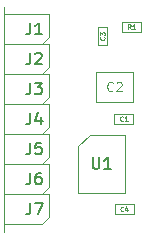
<source format=gbr>
G04 #@! TF.GenerationSoftware,KiCad,Pcbnew,(6.0.8)*
G04 #@! TF.CreationDate,2023-05-03T15:07:12+02:00*
G04 #@! TF.ProjectId,18_Mesure_Courant,31385f4d-6573-4757-9265-5f436f757261,rev?*
G04 #@! TF.SameCoordinates,Original*
G04 #@! TF.FileFunction,AssemblyDrawing,Top*
%FSLAX46Y46*%
G04 Gerber Fmt 4.6, Leading zero omitted, Abs format (unit mm)*
G04 Created by KiCad (PCBNEW (6.0.8)) date 2023-05-03 15:07:12*
%MOMM*%
%LPD*%
G01*
G04 APERTURE LIST*
%ADD10C,0.060000*%
%ADD11C,0.120000*%
%ADD12C,0.150000*%
%ADD13C,0.100000*%
G04 APERTURE END LIST*
D10*
X112302933Y-66043152D02*
X112169600Y-65852676D01*
X112074361Y-66043152D02*
X112074361Y-65643152D01*
X112226742Y-65643152D01*
X112264838Y-65662200D01*
X112283885Y-65681247D01*
X112302933Y-65719342D01*
X112302933Y-65776485D01*
X112283885Y-65814580D01*
X112264838Y-65833628D01*
X112226742Y-65852676D01*
X112074361Y-65852676D01*
X112683885Y-66043152D02*
X112455314Y-66043152D01*
X112569600Y-66043152D02*
X112569600Y-65643152D01*
X112531504Y-65700295D01*
X112493409Y-65738390D01*
X112455314Y-65757438D01*
X111673333Y-73782857D02*
X111654285Y-73801904D01*
X111597142Y-73820952D01*
X111559047Y-73820952D01*
X111501904Y-73801904D01*
X111463809Y-73763809D01*
X111444761Y-73725714D01*
X111425714Y-73649523D01*
X111425714Y-73592380D01*
X111444761Y-73516190D01*
X111463809Y-73478095D01*
X111501904Y-73440000D01*
X111559047Y-73420952D01*
X111597142Y-73420952D01*
X111654285Y-73440000D01*
X111673333Y-73459047D01*
X112054285Y-73820952D02*
X111825714Y-73820952D01*
X111940000Y-73820952D02*
X111940000Y-73420952D01*
X111901904Y-73478095D01*
X111863809Y-73516190D01*
X111825714Y-73535238D01*
D11*
X110806666Y-71225714D02*
X110768571Y-71263809D01*
X110654285Y-71301904D01*
X110578095Y-71301904D01*
X110463809Y-71263809D01*
X110387619Y-71187619D01*
X110349523Y-71111428D01*
X110311428Y-70959047D01*
X110311428Y-70844761D01*
X110349523Y-70692380D01*
X110387619Y-70616190D01*
X110463809Y-70540000D01*
X110578095Y-70501904D01*
X110654285Y-70501904D01*
X110768571Y-70540000D01*
X110806666Y-70578095D01*
X111111428Y-70578095D02*
X111149523Y-70540000D01*
X111225714Y-70501904D01*
X111416190Y-70501904D01*
X111492380Y-70540000D01*
X111530476Y-70578095D01*
X111568571Y-70654285D01*
X111568571Y-70730476D01*
X111530476Y-70844761D01*
X111073333Y-71301904D01*
X111568571Y-71301904D01*
D10*
X111693333Y-81422857D02*
X111674285Y-81441904D01*
X111617142Y-81460952D01*
X111579047Y-81460952D01*
X111521904Y-81441904D01*
X111483809Y-81403809D01*
X111464761Y-81365714D01*
X111445714Y-81289523D01*
X111445714Y-81232380D01*
X111464761Y-81156190D01*
X111483809Y-81118095D01*
X111521904Y-81080000D01*
X111579047Y-81060952D01*
X111617142Y-81060952D01*
X111674285Y-81080000D01*
X111693333Y-81099047D01*
X112036190Y-81194285D02*
X112036190Y-81460952D01*
X111940952Y-81041904D02*
X111845714Y-81327619D01*
X112093333Y-81327619D01*
D12*
X109093333Y-76903333D02*
X109093333Y-77696666D01*
X109140000Y-77790000D01*
X109186666Y-77836666D01*
X109280000Y-77883333D01*
X109466666Y-77883333D01*
X109560000Y-77836666D01*
X109606666Y-77790000D01*
X109653333Y-77696666D01*
X109653333Y-76903333D01*
X110633333Y-77883333D02*
X110073333Y-77883333D01*
X110353333Y-77883333D02*
X110353333Y-76903333D01*
X110260000Y-77043333D01*
X110166666Y-77136666D01*
X110073333Y-77183333D01*
X103806666Y-65492380D02*
X103806666Y-66206666D01*
X103759047Y-66349523D01*
X103663809Y-66444761D01*
X103520952Y-66492380D01*
X103425714Y-66492380D01*
X104806666Y-66492380D02*
X104235238Y-66492380D01*
X104520952Y-66492380D02*
X104520952Y-65492380D01*
X104425714Y-65635238D01*
X104330476Y-65730476D01*
X104235238Y-65778095D01*
X103806666Y-68032380D02*
X103806666Y-68746666D01*
X103759047Y-68889523D01*
X103663809Y-68984761D01*
X103520952Y-69032380D01*
X103425714Y-69032380D01*
X104235238Y-68127619D02*
X104282857Y-68080000D01*
X104378095Y-68032380D01*
X104616190Y-68032380D01*
X104711428Y-68080000D01*
X104759047Y-68127619D01*
X104806666Y-68222857D01*
X104806666Y-68318095D01*
X104759047Y-68460952D01*
X104187619Y-69032380D01*
X104806666Y-69032380D01*
X103806666Y-70572380D02*
X103806666Y-71286666D01*
X103759047Y-71429523D01*
X103663809Y-71524761D01*
X103520952Y-71572380D01*
X103425714Y-71572380D01*
X104187619Y-70572380D02*
X104806666Y-70572380D01*
X104473333Y-70953333D01*
X104616190Y-70953333D01*
X104711428Y-71000952D01*
X104759047Y-71048571D01*
X104806666Y-71143809D01*
X104806666Y-71381904D01*
X104759047Y-71477142D01*
X104711428Y-71524761D01*
X104616190Y-71572380D01*
X104330476Y-71572380D01*
X104235238Y-71524761D01*
X104187619Y-71477142D01*
X103806666Y-73112380D02*
X103806666Y-73826666D01*
X103759047Y-73969523D01*
X103663809Y-74064761D01*
X103520952Y-74112380D01*
X103425714Y-74112380D01*
X104711428Y-73445714D02*
X104711428Y-74112380D01*
X104473333Y-73064761D02*
X104235238Y-73779047D01*
X104854285Y-73779047D01*
X103806666Y-75652380D02*
X103806666Y-76366666D01*
X103759047Y-76509523D01*
X103663809Y-76604761D01*
X103520952Y-76652380D01*
X103425714Y-76652380D01*
X104759047Y-75652380D02*
X104282857Y-75652380D01*
X104235238Y-76128571D01*
X104282857Y-76080952D01*
X104378095Y-76033333D01*
X104616190Y-76033333D01*
X104711428Y-76080952D01*
X104759047Y-76128571D01*
X104806666Y-76223809D01*
X104806666Y-76461904D01*
X104759047Y-76557142D01*
X104711428Y-76604761D01*
X104616190Y-76652380D01*
X104378095Y-76652380D01*
X104282857Y-76604761D01*
X104235238Y-76557142D01*
X103806666Y-78192380D02*
X103806666Y-78906666D01*
X103759047Y-79049523D01*
X103663809Y-79144761D01*
X103520952Y-79192380D01*
X103425714Y-79192380D01*
X104711428Y-78192380D02*
X104520952Y-78192380D01*
X104425714Y-78240000D01*
X104378095Y-78287619D01*
X104282857Y-78430476D01*
X104235238Y-78620952D01*
X104235238Y-79001904D01*
X104282857Y-79097142D01*
X104330476Y-79144761D01*
X104425714Y-79192380D01*
X104616190Y-79192380D01*
X104711428Y-79144761D01*
X104759047Y-79097142D01*
X104806666Y-79001904D01*
X104806666Y-78763809D01*
X104759047Y-78668571D01*
X104711428Y-78620952D01*
X104616190Y-78573333D01*
X104425714Y-78573333D01*
X104330476Y-78620952D01*
X104282857Y-78668571D01*
X104235238Y-78763809D01*
X103806666Y-80732380D02*
X103806666Y-81446666D01*
X103759047Y-81589523D01*
X103663809Y-81684761D01*
X103520952Y-81732380D01*
X103425714Y-81732380D01*
X104187619Y-80732380D02*
X104854285Y-80732380D01*
X104425714Y-81732380D01*
D10*
X110074057Y-66690866D02*
X110093104Y-66709914D01*
X110112152Y-66767057D01*
X110112152Y-66805152D01*
X110093104Y-66862295D01*
X110055009Y-66900390D01*
X110016914Y-66919438D01*
X109940723Y-66938485D01*
X109883580Y-66938485D01*
X109807390Y-66919438D01*
X109769295Y-66900390D01*
X109731200Y-66862295D01*
X109712152Y-66805152D01*
X109712152Y-66767057D01*
X109731200Y-66709914D01*
X109750247Y-66690866D01*
X109712152Y-66557533D02*
X109712152Y-66309914D01*
X109864533Y-66443247D01*
X109864533Y-66386104D01*
X109883580Y-66348009D01*
X109902628Y-66328961D01*
X109940723Y-66309914D01*
X110035961Y-66309914D01*
X110074057Y-66328961D01*
X110093104Y-66348009D01*
X110112152Y-66386104D01*
X110112152Y-66500390D01*
X110093104Y-66538485D01*
X110074057Y-66557533D01*
D13*
X111569600Y-66274700D02*
X111569600Y-65449700D01*
X113169600Y-65449700D02*
X113169600Y-66274700D01*
X111569600Y-65449700D02*
X113169600Y-65449700D01*
X113169600Y-66274700D02*
X111569600Y-66274700D01*
X112540000Y-73240000D02*
X112540000Y-74040000D01*
X110940000Y-74040000D02*
X110940000Y-73240000D01*
X112540000Y-74040000D02*
X110940000Y-74040000D01*
X110940000Y-73240000D02*
X112540000Y-73240000D01*
X109340000Y-69690000D02*
X112540000Y-69690000D01*
X112540000Y-72190000D02*
X109340000Y-72190000D01*
X109340000Y-72190000D02*
X109340000Y-69690000D01*
X112540000Y-69690000D02*
X112540000Y-72190000D01*
X112560000Y-81680000D02*
X110960000Y-81680000D01*
X110960000Y-80880000D02*
X112560000Y-80880000D01*
X110960000Y-81680000D02*
X110960000Y-80880000D01*
X112560000Y-80880000D02*
X112560000Y-81680000D01*
X107890000Y-79890000D02*
X107890000Y-75965000D01*
X111790000Y-74990000D02*
X111790000Y-79890000D01*
X111790000Y-79890000D02*
X107890000Y-79890000D01*
X108865000Y-74990000D02*
X111790000Y-74990000D01*
X107890000Y-75965000D02*
X108865000Y-74990000D01*
X101600000Y-64770000D02*
X102870000Y-64770000D01*
X105410000Y-64770000D02*
X105410000Y-66675000D01*
X104775000Y-67310000D02*
X101600000Y-67310000D01*
X105410000Y-66675000D02*
X104775000Y-67310000D01*
D11*
X101600000Y-67945000D02*
X101600000Y-64135000D01*
D13*
X102870000Y-64770000D02*
X105410000Y-64770000D01*
D11*
X101600000Y-70485000D02*
X101600000Y-66675000D01*
D13*
X105410000Y-67310000D02*
X105410000Y-69215000D01*
X101600000Y-67310000D02*
X102870000Y-67310000D01*
X104775000Y-69850000D02*
X101600000Y-69850000D01*
X105410000Y-69215000D02*
X104775000Y-69850000D01*
X102870000Y-67310000D02*
X105410000Y-67310000D01*
D11*
X101600000Y-73025000D02*
X101600000Y-69215000D01*
D13*
X104775000Y-72390000D02*
X101600000Y-72390000D01*
X101600000Y-69850000D02*
X102870000Y-69850000D01*
X105410000Y-69850000D02*
X105410000Y-71755000D01*
X105410000Y-71755000D02*
X104775000Y-72390000D01*
X102870000Y-69850000D02*
X105410000Y-69850000D01*
X105410000Y-72390000D02*
X105410000Y-74295000D01*
X104775000Y-74930000D02*
X101600000Y-74930000D01*
D11*
X101600000Y-75565000D02*
X101600000Y-71755000D01*
D13*
X105410000Y-74295000D02*
X104775000Y-74930000D01*
X102870000Y-72390000D02*
X105410000Y-72390000D01*
X101600000Y-72390000D02*
X102870000Y-72390000D01*
X101600000Y-74930000D02*
X102870000Y-74930000D01*
X104775000Y-77470000D02*
X101600000Y-77470000D01*
D11*
X101600000Y-78105000D02*
X101600000Y-74295000D01*
D13*
X105410000Y-76835000D02*
X104775000Y-77470000D01*
X102870000Y-74930000D02*
X105410000Y-74930000D01*
X105410000Y-74930000D02*
X105410000Y-76835000D01*
X105410000Y-79375000D02*
X104775000Y-80010000D01*
X104775000Y-80010000D02*
X101600000Y-80010000D01*
X105410000Y-77470000D02*
X105410000Y-79375000D01*
X101600000Y-77470000D02*
X102870000Y-77470000D01*
X102870000Y-77470000D02*
X105410000Y-77470000D01*
D11*
X101600000Y-80645000D02*
X101600000Y-76835000D01*
D13*
X105410000Y-80010000D02*
X105410000Y-81915000D01*
X101600000Y-80010000D02*
X102870000Y-80010000D01*
D11*
X101600000Y-83185000D02*
X101600000Y-79375000D01*
D13*
X104775000Y-82550000D02*
X101600000Y-82550000D01*
X105410000Y-81915000D02*
X104775000Y-82550000D01*
X102870000Y-80010000D02*
X105410000Y-80010000D01*
X110331200Y-67424200D02*
X109531200Y-67424200D01*
X109531200Y-67424200D02*
X109531200Y-65824200D01*
X110331200Y-65824200D02*
X110331200Y-67424200D01*
X109531200Y-65824200D02*
X110331200Y-65824200D01*
M02*

</source>
